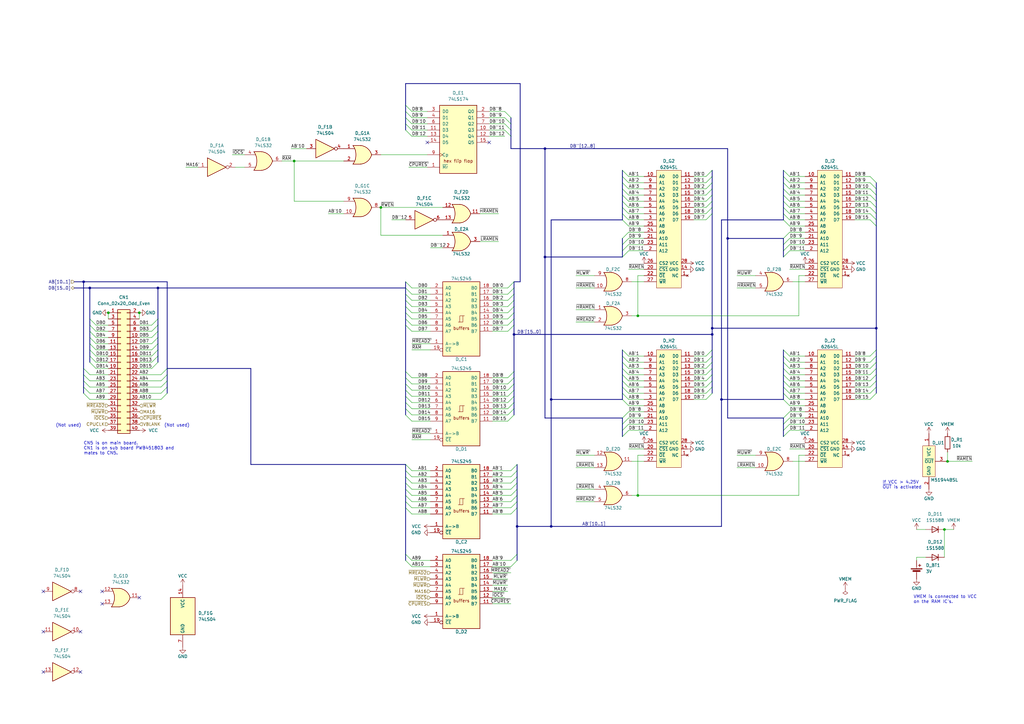
<source format=kicad_sch>
(kicad_sch (version 20231120) (generator "eeschema") (generator_version "8.0")
  (paper "A3")
  (title_block (title "Twin 16") (date "2024-09-08") (company "Konami GX687 / GX785") (comment 1 "Ulf Skutnabba, twitter: @skutis77") (comment 2 "GC903"))
  (junction (at 57.15 128.27))
  (junction (at 292.1 134.62))
  (junction (at 223.52 60.96))
  (junction (at 387.35 217.17))
  (junction (at 261.62 203.2))
  (junction (at 388.62 189.23))
  (junction (at 212.09 215.9))
  (junction (at 223.52 105.41))
  (junction (at 359.41 134.62))
  (junction (at 64.77 118.11))
  (junction (at 44.45 128.27))
  (junction (at 298.45 97.79))
  (junction (at 36.83 118.11))
  (junction (at 292.1 137.16))
  (junction (at 295.91 163.83))
  (junction (at 120.65 66.04))
  (junction (at 156.21 85.09))
  (junction (at 261.62 129.54))
  (junction (at 226.06 163.83))
  (junction (at 210.82 137.16))
  (junction (at 34.29 115.57))
  (junction (at 226.06 215.9))
  (no_connect (at 33.02 275.59))
  (no_connect (at 175.26 58.42))
  (no_connect (at 41.91 242.57))
  (no_connect (at 17.78 275.59))
  (no_connect (at 33.02 242.57))
  (no_connect (at 41.91 247.65))
  (no_connect (at 17.78 242.57))
  (no_connect (at 17.78 259.08))
  (no_connect (at 57.15 245.11))
  (no_connect (at 33.02 259.08))
  (no_connect (at 200.66 58.42))
  (bus_entry (at 321.31 97.79) (size 2.54 -2.54))
  (bus_entry (at 34.29 156.21) (size 2.54 2.54))
  (bus_entry (at 64.77 138.43) (size -2.54 2.54))
  (bus_entry (at 255.27 90.17) (size 2.54 2.54))
  (bus_entry (at 289.56 80.01) (size 2.54 -2.54))
  (bus_entry (at 289.56 161.29) (size 2.54 -2.54))
  (bus_entry (at 208.28 165.1) (size 2.54 -2.54))
  (bus_entry (at 321.31 102.87) (size 2.54 -2.54))
  (bus_entry (at 166.37 229.87) (size 2.54 2.54))
  (bus_entry (at 209.55 193.04) (size 2.54 -2.54))
  (bus_entry (at 255.27 87.63) (size 2.54 2.54))
  (bus_entry (at 208.28 118.11) (size 2.54 -2.54))
  (bus_entry (at 68.58 151.13) (size -2.54 2.54))
  (bus_entry (at 208.28 133.35) (size 2.54 -2.54))
  (bus_entry (at 166.37 195.58) (size 2.54 2.54))
  (bus_entry (at 255.27 82.55) (size 2.54 2.54))
  (bus_entry (at 209.55 229.87) (size 2.54 -2.54))
  (bus_entry (at 321.31 87.63) (size 2.54 2.54))
  (bus_entry (at 166.37 165.1) (size 2.54 2.54))
  (bus_entry (at 36.83 130.81) (size 2.54 2.54))
  (bus_entry (at 166.37 208.28) (size 2.54 2.54))
  (bus_entry (at 166.37 198.12) (size 2.54 2.54))
  (bus_entry (at 208.28 160.02) (size 2.54 -2.54))
  (bus_entry (at 255.27 153.67) (size 2.54 2.54))
  (bus_entry (at 255.27 179.07) (size 2.54 -2.54))
  (bus_entry (at 207.01 48.26) (size 2.54 2.54))
  (bus_entry (at 321.31 69.85) (size 2.54 2.54))
  (bus_entry (at 255.27 97.79) (size 2.54 -2.54))
  (bus_entry (at 255.27 102.87) (size 2.54 -2.54))
  (bus_entry (at 207.01 53.34) (size 2.54 2.54))
  (bus_entry (at 166.37 128.27) (size 2.54 2.54))
  (bus_entry (at 356.87 80.01) (size 2.54 2.54))
  (bus_entry (at 321.31 105.41) (size 2.54 -2.54))
  (bus_entry (at 356.87 148.59) (size 2.54 -2.54))
  (bus_entry (at 209.55 195.58) (size 2.54 -2.54))
  (bus_entry (at 68.58 158.75) (size -2.54 2.54))
  (bus_entry (at 166.37 115.57) (size 2.54 2.54))
  (bus_entry (at 356.87 90.17) (size 2.54 2.54))
  (bus_entry (at 207.01 45.72) (size 2.54 2.54))
  (bus_entry (at 64.77 148.59) (size -2.54 2.54))
  (bus_entry (at 207.01 50.8) (size 2.54 2.54))
  (bus_entry (at 255.27 158.75) (size 2.54 2.54))
  (bus_entry (at 289.56 85.09) (size 2.54 -2.54))
  (bus_entry (at 289.56 158.75) (size 2.54 -2.54))
  (bus_entry (at 289.56 146.05) (size 2.54 -2.54))
  (bus_entry (at 209.55 232.41) (size 2.54 -2.54))
  (bus_entry (at 166.37 53.34) (size 2.54 2.54))
  (bus_entry (at 166.37 203.2) (size 2.54 2.54))
  (bus_entry (at 209.55 210.82) (size 2.54 -2.54))
  (bus_entry (at 321.31 161.29) (size 2.54 2.54))
  (bus_entry (at 166.37 157.48) (size 2.54 2.54))
  (bus_entry (at 289.56 156.21) (size 2.54 -2.54))
  (bus_entry (at 255.27 173.99) (size 2.54 -2.54))
  (bus_entry (at 64.77 130.81) (size -2.54 2.54))
  (bus_entry (at 255.27 105.41) (size 2.54 -2.54))
  (bus_entry (at 36.83 140.97) (size 2.54 2.54))
  (bus_entry (at 356.87 151.13) (size 2.54 -2.54))
  (bus_entry (at 166.37 45.72) (size 2.54 2.54))
  (bus_entry (at 255.27 163.83) (size 2.54 2.54))
  (bus_entry (at 289.56 77.47) (size 2.54 -2.54))
  (bus_entry (at 255.27 77.47) (size 2.54 2.54))
  (bus_entry (at 356.87 153.67) (size 2.54 -2.54))
  (bus_entry (at 36.83 143.51) (size 2.54 2.54))
  (bus_entry (at 321.31 146.05) (size 2.54 2.54))
  (bus_entry (at 208.28 170.18) (size 2.54 -2.54))
  (bus_entry (at 356.87 85.09) (size 2.54 2.54))
  (bus_entry (at 289.56 87.63) (size 2.54 -2.54))
  (bus_entry (at 356.87 74.93) (size 2.54 2.54))
  (bus_entry (at 321.31 171.45) (size 2.54 -2.54))
  (bus_entry (at 356.87 161.29) (size 2.54 -2.54))
  (bus_entry (at 356.87 156.21) (size 2.54 -2.54))
  (bus_entry (at 166.37 120.65) (size 2.54 2.54))
  (bus_entry (at 255.27 151.13) (size 2.54 2.54))
  (bus_entry (at 356.87 87.63) (size 2.54 2.54))
  (bus_entry (at 208.28 135.89) (size 2.54 -2.54))
  (bus_entry (at 255.27 74.93) (size 2.54 2.54))
  (bus_entry (at 321.31 173.99) (size 2.54 -2.54))
  (bus_entry (at 321.31 82.55) (size 2.54 2.54))
  (bus_entry (at 289.56 148.59) (size 2.54 -2.54))
  (bus_entry (at 321.31 72.39) (size 2.54 2.54))
  (bus_entry (at 166.37 130.81) (size 2.54 2.54))
  (bus_entry (at 166.37 200.66) (size 2.54 2.54))
  (bus_entry (at 255.27 148.59) (size 2.54 2.54))
  (bus_entry (at 64.77 146.05) (size -2.54 2.54))
  (bus_entry (at 289.56 163.83) (size 2.54 -2.54))
  (bus_entry (at 289.56 90.17) (size 2.54 -2.54))
  (bus_entry (at 64.77 140.97) (size -2.54 2.54))
  (bus_entry (at 68.58 156.21) (size -2.54 2.54))
  (bus_entry (at 166.37 160.02) (size 2.54 2.54))
  (bus_entry (at 356.87 146.05) (size 2.54 -2.54))
  (bus_entry (at 64.77 143.51) (size -2.54 2.54))
  (bus_entry (at 166.37 133.35) (size 2.54 2.54))
  (bus_entry (at 255.27 156.21) (size 2.54 2.54))
  (bus_entry (at 255.27 143.51) (size 2.54 2.54))
  (bus_entry (at 321.31 90.17) (size 2.54 2.54))
  (bus_entry (at 321.31 151.13) (size 2.54 2.54))
  (bus_entry (at 166.37 162.56) (size 2.54 2.54))
  (bus_entry (at 208.28 172.72) (size 2.54 -2.54))
  (bus_entry (at 255.27 100.33) (size 2.54 -2.54))
  (bus_entry (at 166.37 227.33) (size 2.54 2.54))
  (bus_entry (at 36.83 135.89) (size 2.54 2.54))
  (bus_entry (at 356.87 72.39) (size 2.54 2.54))
  (bus_entry (at 356.87 163.83) (size 2.54 -2.54))
  (bus_entry (at 34.29 158.75) (size 2.54 2.54))
  (bus_entry (at 321.31 143.51) (size 2.54 2.54))
  (bus_entry (at 166.37 205.74) (size 2.54 2.54))
  (bus_entry (at 36.83 138.43) (size 2.54 2.54))
  (bus_entry (at 209.55 208.28) (size 2.54 -2.54))
  (bus_entry (at 166.37 152.4) (size 2.54 2.54))
  (bus_entry (at 255.27 171.45) (size 2.54 -2.54))
  (bus_entry (at 208.28 157.48) (size 2.54 -2.54))
  (bus_entry (at 321.31 163.83) (size 2.54 2.54))
  (bus_entry (at 68.58 153.67) (size -2.54 2.54))
  (bus_entry (at 321.31 158.75) (size 2.54 2.54))
  (bus_entry (at 255.27 85.09) (size 2.54 2.54))
  (bus_entry (at 166.37 125.73) (size 2.54 2.54))
  (bus_entry (at 34.29 151.13) (size 2.54 2.54))
  (bus_entry (at 166.37 48.26) (size 2.54 2.54))
  (bus_entry (at 64.77 133.35) (size -2.54 2.54))
  (bus_entry (at 208.28 167.64) (size 2.54 -2.54))
  (bus_entry (at 208.28 125.73) (size 2.54 -2.54))
  (bus_entry (at 289.56 72.39) (size 2.54 -2.54))
  (bus_entry (at 356.87 158.75) (size 2.54 -2.54))
  (bus_entry (at 255.27 69.85) (size 2.54 2.54))
  (bus_entry (at 289.56 153.67) (size 2.54 -2.54))
  (bus_entry (at 356.87 82.55) (size 2.54 2.54))
  (bus_entry (at 208.28 162.56) (size 2.54 -2.54))
  (bus_entry (at 209.55 198.12) (size 2.54 -2.54))
  (bus_entry (at 321.31 153.67) (size 2.54 2.54))
  (bus_entry (at 208.28 120.65) (size 2.54 -2.54))
  (bus_entry (at 34.29 153.67) (size 2.54 2.54))
  (bus_entry (at 356.87 77.47) (size 2.54 2.54))
  (bus_entry (at 166.37 43.18) (size 2.54 2.54))
  (bus_entry (at 64.77 135.89) (size -2.54 2.54))
  (bus_entry (at 36.83 133.35) (size 2.54 2.54))
  (bus_entry (at 166.37 50.8) (size 2.54 2.54))
  (bus_entry (at 36.83 148.59) (size 2.54 2.54))
  (bus_entry (at 255.27 146.05) (size 2.54 2.54))
  (bus_entry (at 209.55 200.66) (size 2.54 -2.54))
  (bus_entry (at 255.27 72.39) (size 2.54 2.54))
  (bus_entry (at 255.27 80.01) (size 2.54 2.54))
  (bus_entry (at 209.55 205.74) (size 2.54 -2.54))
  (bus_entry (at 166.37 193.04) (size 2.54 2.54))
  (bus_entry (at 321.31 176.53) (size 2.54 -2.54))
  (bus_entry (at 321.31 156.21) (size 2.54 2.54))
  (bus_entry (at 166.37 154.94) (size 2.54 2.54))
  (bus_entry (at 321.31 80.01) (size 2.54 2.54))
  (bus_entry (at 255.27 161.29) (size 2.54 2.54))
  (bus_entry (at 289.56 74.93) (size 2.54 -2.54))
  (bus_entry (at 289.56 151.13) (size 2.54 -2.54))
  (bus_entry (at 321.31 85.09) (size 2.54 2.54))
  (bus_entry (at 321.31 179.07) (size 2.54 -2.54))
  (bus_entry (at 34.29 161.29) (size 2.54 2.54))
  (bus_entry (at 208.28 130.81) (size 2.54 -2.54))
  (bus_entry (at 166.37 190.5) (size 2.54 2.54))
  (bus_entry (at 208.28 154.94) (size 2.54 -2.54))
  (bus_entry (at 166.37 123.19) (size 2.54 2.54))
  (bus_entry (at 321.31 74.93) (size 2.54 2.54))
  (bus_entry (at 208.28 128.27) (size 2.54 -2.54))
  (bus_entry (at 36.83 146.05) (size 2.54 2.54))
  (bus_entry (at 321.31 77.47) (size 2.54 2.54))
  (bus_entry (at 209.55 203.2) (size 2.54 -2.54))
  (bus_entry (at 68.58 161.29) (size -2.54 2.54))
  (bus_entry (at 166.37 170.18) (size 2.54 2.54))
  (bus_entry (at 255.27 176.53) (size 2.54 -2.54))
  (bus_entry (at 321.31 148.59) (size 2.54 2.54))
  (bus_entry (at 166.37 118.11) (size 2.54 2.54))
  (bus_entry (at 208.28 123.19) (size 2.54 -2.54))
  (bus_entry (at 166.37 167.64) (size 2.54 2.54))
  (bus_entry (at 289.56 82.55) (size 2.54 -2.54))
  (bus_entry (at 321.31 100.33) (size 2.54 -2.54))
  (wire (pts (xy 330.2 113.03) (xy 327.66 113.03)))
  (wire (pts (xy 57.15 146.05) (xy 62.23 146.05)))
  (bus (pts (xy 166.37 48.26) (xy 166.37 45.72)))
  (bus (pts (xy 359.41 82.55) (xy 359.41 85.09)))
  (bus (pts (xy 292.1 80.01) (xy 292.1 82.55)))
  (bus (pts (xy 64.77 140.97) (xy 64.77 138.43)))
  (wire (pts (xy 201.93 234.95) (xy 209.55 234.95)))
  (wire (pts (xy 168.91 128.27) (xy 176.53 128.27)))
  (bus (pts (xy 36.83 140.97) (xy 36.83 138.43)))
  (bus (pts (xy 64.77 138.43) (xy 64.77 135.89)))
  (wire (pts (xy 167.64 68.58) (xy 175.26 68.58)))
  (wire (pts (xy 168.91 208.28) (xy 176.53 208.28)))
  (bus (pts (xy 255.27 87.63) (xy 255.27 90.17)))
  (wire (pts (xy 176.53 101.6) (xy 181.61 101.6)))
  (wire (pts (xy 201.93 229.87) (xy 209.55 229.87)))
  (wire (pts (xy 39.37 140.97) (xy 44.45 140.97)))
  (wire (pts (xy 201.93 120.65) (xy 208.28 120.65)))
  (wire (pts (xy 168.91 229.87) (xy 176.53 229.87)))
  (bus (pts (xy 166.37 53.34) (xy 166.37 50.8)))
  (bus (pts (xy 166.37 167.64) (xy 166.37 165.1)))
  (wire (pts (xy 201.93 170.18) (xy 208.28 170.18)))
  (wire (pts (xy 323.85 95.25) (xy 330.2 95.25)))
  (bus (pts (xy 321.31 90.17) (xy 295.91 90.17)))
  (wire (pts (xy 323.85 151.13) (xy 330.2 151.13)))
  (wire (pts (xy 44.45 128.27) (xy 44.45 130.81)))
  (bus (pts (xy 321.31 173.99) (xy 321.31 171.45)))
  (wire (pts (xy 39.37 146.05) (xy 44.45 146.05)))
  (wire (pts (xy 323.85 102.87) (xy 330.2 102.87)))
  (bus (pts (xy 292.1 146.05) (xy 292.1 148.59)))
  (bus (pts (xy 255.27 153.67) (xy 255.27 156.21)))
  (wire (pts (xy 323.85 148.59) (xy 330.2 148.59)))
  (wire (pts (xy 388.62 185.42) (xy 388.62 189.23)))
  (wire (pts (xy 284.48 87.63) (xy 289.56 87.63)))
  (wire (pts (xy 257.81 82.55) (xy 264.16 82.55)))
  (wire (pts (xy 323.85 153.67) (xy 330.2 153.67)))
  (wire (pts (xy 201.93 210.82) (xy 209.55 210.82)))
  (bus (pts (xy 30.48 115.57) (xy 34.29 115.57)))
  (bus (pts (xy 321.31 77.47) (xy 321.31 80.01)))
  (bus (pts (xy 359.41 90.17) (xy 359.41 92.71)))
  (wire (pts (xy 257.81 100.33) (xy 264.16 100.33)))
  (bus (pts (xy 321.31 100.33) (xy 321.31 97.79)))
  (bus (pts (xy 359.41 80.01) (xy 359.41 82.55)))
  (bus (pts (xy 321.31 171.45) (xy 298.45 171.45)))
  (wire (pts (xy 284.48 161.29) (xy 289.56 161.29)))
  (bus (pts (xy 321.31 156.21) (xy 321.31 158.75)))
  (wire (pts (xy 323.85 176.53) (xy 330.2 176.53)))
  (bus (pts (xy 166.37 133.35) (xy 166.37 130.81)))
  (wire (pts (xy 257.81 158.75) (xy 264.16 158.75)))
  (wire (pts (xy 201.93 172.72) (xy 208.28 172.72)))
  (bus (pts (xy 255.27 72.39) (xy 255.27 74.93)))
  (wire (pts (xy 120.65 66.04) (xy 140.97 66.04)))
  (wire (pts (xy 323.85 80.01) (xy 330.2 80.01)))
  (bus (pts (xy 34.29 158.75) (xy 34.29 161.29)))
  (wire (pts (xy 236.22 132.08) (xy 243.84 132.08)))
  (wire (pts (xy 57.15 158.75) (xy 66.04 158.75)))
  (bus (pts (xy 321.31 158.75) (xy 321.31 161.29)))
  (wire (pts (xy 57.15 133.35) (xy 62.23 133.35)))
  (wire (pts (xy 168.91 45.72) (xy 175.26 45.72)))
  (bus (pts (xy 210.82 118.11) (xy 210.82 115.57)))
  (wire (pts (xy 39.37 143.51) (xy 44.45 143.51)))
  (bus (pts (xy 321.31 143.51) (xy 321.31 146.05)))
  (wire (pts (xy 350.52 153.67) (xy 356.87 153.67)))
  (bus (pts (xy 36.83 135.89) (xy 36.83 133.35)))
  (bus (pts (xy 255.27 77.47) (xy 255.27 80.01)))
  (wire (pts (xy 201.93 135.89) (xy 208.28 135.89)))
  (wire (pts (xy 323.85 156.21) (xy 330.2 156.21)))
  (bus (pts (xy 166.37 45.72) (xy 166.37 43.18)))
  (wire (pts (xy 257.81 156.21) (xy 264.16 156.21)))
  (bus (pts (xy 210.82 130.81) (xy 210.82 128.27)))
  (bus (pts (xy 64.77 130.81) (xy 64.77 118.11)))
  (bus (pts (xy 210.82 123.19) (xy 210.82 120.65)))
  (bus (pts (xy 255.27 69.85) (xy 255.27 72.39)))
  (wire (pts (xy 259.08 189.23) (xy 264.16 189.23)))
  (bus (pts (xy 210.82 170.18) (xy 210.82 167.64)))
  (wire (pts (xy 323.85 77.47) (xy 330.2 77.47)))
  (bus (pts (xy 64.77 146.05) (xy 64.77 143.51)))
  (wire (pts (xy 257.81 163.83) (xy 264.16 163.83)))
  (bus (pts (xy 226.06 163.83) (xy 226.06 215.9)))
  (bus (pts (xy 321.31 82.55) (xy 321.31 85.09)))
  (bus (pts (xy 210.82 160.02) (xy 210.82 157.48)))
  (wire (pts (xy 323.85 173.99) (xy 330.2 173.99)))
  (wire (pts (xy 323.85 158.75) (xy 330.2 158.75)))
  (wire (pts (xy 257.81 166.37) (xy 264.16 166.37)))
  (wire (pts (xy 387.35 217.17) (xy 391.16 217.17)))
  (bus (pts (xy 64.77 133.35) (xy 64.77 130.81)))
  (bus (pts (xy 223.52 105.41) (xy 255.27 105.41)))
  (wire (pts (xy 201.93 157.48) (xy 208.28 157.48)))
  (wire (pts (xy 257.81 153.67) (xy 264.16 153.67)))
  (bus (pts (xy 166.37 205.74) (xy 166.37 203.2)))
  (wire (pts (xy 168.91 118.11) (xy 176.53 118.11)))
  (bus (pts (xy 166.37 34.29) (xy 213.36 34.29)))
  (wire (pts (xy 257.81 77.47) (xy 264.16 77.47)))
  (wire (pts (xy 261.62 186.69) (xy 261.62 203.2)))
  (wire (pts (xy 323.85 72.39) (xy 330.2 72.39)))
  (bus (pts (xy 166.37 125.73) (xy 166.37 123.19)))
  (wire (pts (xy 168.91 143.51) (xy 176.53 143.51)))
  (bus (pts (xy 226.06 215.9) (xy 295.91 215.9)))
  (bus (pts (xy 321.31 102.87) (xy 321.31 100.33)))
  (bus (pts (xy 295.91 163.83) (xy 295.91 215.9)))
  (wire (pts (xy 201.93 205.74) (xy 209.55 205.74)))
  (wire (pts (xy 323.85 184.15) (xy 330.2 184.15)))
  (wire (pts (xy 257.81 161.29) (xy 264.16 161.29)))
  (wire (pts (xy 168.91 123.19) (xy 176.53 123.19)))
  (wire (pts (xy 323.85 171.45) (xy 330.2 171.45)))
  (wire (pts (xy 201.93 208.28) (xy 209.55 208.28)))
  (wire (pts (xy 201.93 167.64) (xy 208.28 167.64)))
  (bus (pts (xy 166.37 157.48) (xy 166.37 154.94)))
  (bus (pts (xy 166.37 123.19) (xy 166.37 120.65)))
  (wire (pts (xy 261.62 129.54) (xy 327.66 129.54)))
  (wire (pts (xy 200.66 48.26) (xy 207.01 48.26)))
  (wire (pts (xy 261.62 113.03) (xy 261.62 129.54)))
  (wire (pts (xy 156.21 96.52) (xy 181.61 96.52)))
  (wire (pts (xy 168.91 125.73) (xy 176.53 125.73)))
  (wire (pts (xy 201.93 162.56) (xy 208.28 162.56)))
  (wire (pts (xy 257.81 148.59) (xy 264.16 148.59)))
  (wire (pts (xy 236.22 191.77) (xy 243.84 191.77)))
  (wire (pts (xy 236.22 127) (xy 243.84 127)))
  (wire (pts (xy 236.22 113.03) (xy 243.84 113.03)))
  (wire (pts (xy 201.93 198.12) (xy 209.55 198.12)))
  (bus (pts (xy 166.37 165.1) (xy 166.37 162.56)))
  (bus (pts (xy 30.48 118.11) (xy 36.83 118.11)))
  (bus (pts (xy 102.87 190.5) (xy 102.87 151.13)))
  (bus (pts (xy 292.1 137.16) (xy 292.1 143.51)))
  (wire (pts (xy 350.52 77.47) (xy 356.87 77.47)))
  (wire (pts (xy 302.26 118.11) (xy 309.88 118.11)))
  (bus (pts (xy 68.58 158.75) (xy 68.58 156.21)))
  (bus (pts (xy 298.45 60.96) (xy 298.45 97.79)))
  (wire (pts (xy 201.93 245.11) (xy 207.01 245.11)))
  (wire (pts (xy 57.15 156.21) (xy 66.04 156.21)))
  (wire (pts (xy 284.48 74.93) (xy 289.56 74.93)))
  (bus (pts (xy 223.52 60.96) (xy 209.55 60.96)))
  (wire (pts (xy 168.91 195.58) (xy 176.53 195.58)))
  (wire (pts (xy 257.81 173.99) (xy 264.16 173.99)))
  (wire (pts (xy 325.12 115.57) (xy 330.2 115.57)))
  (bus (pts (xy 359.41 158.75) (xy 359.41 156.21)))
  (wire (pts (xy 57.15 140.97) (xy 62.23 140.97)))
  (wire (pts (xy 302.26 113.03) (xy 309.88 113.03)))
  (bus (pts (xy 166.37 227.33) (xy 166.37 208.28)))
  (wire (pts (xy 284.48 158.75) (xy 289.56 158.75)))
  (wire (pts (xy 168.91 170.18) (xy 176.53 170.18)))
  (bus (pts (xy 359.41 87.63) (xy 359.41 90.17)))
  (wire (pts (xy 284.48 151.13) (xy 289.56 151.13)))
  (wire (pts (xy 168.91 130.81) (xy 176.53 130.81)))
  (wire (pts (xy 284.48 72.39) (xy 289.56 72.39)))
  (wire (pts (xy 284.48 146.05) (xy 289.56 146.05)))
  (wire (pts (xy 323.85 74.93) (xy 330.2 74.93)))
  (bus (pts (xy 64.77 135.89) (xy 64.77 133.35)))
  (wire (pts (xy 57.15 163.83) (xy 66.04 163.83)))
  (wire (pts (xy 120.65 82.55) (xy 120.65 66.04)))
  (bus (pts (xy 212.09 200.66) (xy 212.09 198.12)))
  (wire (pts (xy 201.93 237.49) (xy 208.28 237.49)))
  (wire (pts (xy 115.57 66.04) (xy 120.65 66.04)))
  (bus (pts (xy 255.27 158.75) (xy 255.27 161.29)))
  (bus (pts (xy 321.31 153.67) (xy 321.31 156.21)))
  (wire (pts (xy 302.26 191.77) (xy 309.88 191.77)))
  (wire (pts (xy 196.85 99.06) (xy 204.47 99.06)))
  (wire (pts (xy 327.66 113.03) (xy 327.66 129.54)))
  (bus (pts (xy 255.27 97.79) (xy 255.27 100.33)))
  (wire (pts (xy 168.91 120.65) (xy 176.53 120.65)))
  (bus (pts (xy 255.27 156.21) (xy 255.27 158.75)))
  (bus (pts (xy 359.41 77.47) (xy 359.41 80.01)))
  (wire (pts (xy 257.81 171.45) (xy 264.16 171.45)))
  (bus (pts (xy 212.09 229.87) (xy 212.09 227.33)))
  (wire (pts (xy 350.52 82.55) (xy 356.87 82.55)))
  (wire (pts (xy 168.91 48.26) (xy 175.26 48.26)))
  (wire (pts (xy 325.12 189.23) (xy 330.2 189.23)))
  (bus (pts (xy 36.83 146.05) (xy 36.83 143.51)))
  (bus (pts (xy 255.27 74.93) (xy 255.27 77.47)))
  (wire (pts (xy 168.91 53.34) (xy 175.26 53.34)))
  (wire (pts (xy 201.93 128.27) (xy 208.28 128.27)))
  (wire (pts (xy 350.52 146.05) (xy 356.87 146.05)))
  (bus (pts (xy 292.1 153.67) (xy 292.1 156.21)))
  (bus (pts (xy 223.52 105.41) (xy 223.52 171.45)))
  (wire (pts (xy 168.91 133.35) (xy 176.53 133.35)))
  (wire (pts (xy 57.15 153.67) (xy 66.04 153.67)))
  (bus (pts (xy 255.27 85.09) (xy 255.27 87.63)))
  (bus (pts (xy 292.1 134.62) (xy 292.1 137.16)))
  (wire (pts (xy 168.91 193.04) (xy 176.53 193.04)))
  (wire (pts (xy 257.81 176.53) (xy 264.16 176.53)))
  (bus (pts (xy 166.37 50.8) (xy 166.37 48.26)))
  (wire (pts (xy 156.21 96.52) (xy 156.21 85.09)))
  (wire (pts (xy 36.83 153.67) (xy 44.45 153.67)))
  (wire (pts (xy 350.52 151.13) (xy 356.87 151.13)))
  (bus (pts (xy 292.1 151.13) (xy 292.1 153.67)))
  (bus (pts (xy 212.09 227.33) (xy 212.09 215.9)))
  (bus (pts (xy 255.27 148.59) (xy 255.27 151.13)))
  (wire (pts (xy 323.85 161.29) (xy 330.2 161.29)))
  (bus (pts (xy 34.29 151.13) (xy 34.29 153.67)))
  (wire (pts (xy 323.85 90.17) (xy 330.2 90.17)))
  (bus (pts (xy 255.27 173.99) (xy 255.27 171.45)))
  (bus (pts (xy 255.27 100.33) (xy 255.27 102.87)))
  (wire (pts (xy 388.62 189.23) (xy 398.78 189.23)))
  (wire (pts (xy 36.83 158.75) (xy 44.45 158.75)))
  (wire (pts (xy 119.38 60.96) (xy 125.73 60.96)))
  (bus (pts (xy 68.58 153.67) (xy 68.58 151.13)))
  (wire (pts (xy 350.52 74.93) (xy 356.87 74.93)))
  (bus (pts (xy 298.45 97.79) (xy 298.45 171.45)))
  (bus (pts (xy 321.31 179.07) (xy 321.31 176.53)))
  (wire (pts (xy 201.93 232.41) (xy 209.55 232.41)))
  (bus (pts (xy 102.87 190.5) (xy 166.37 190.5)))
  (wire (pts (xy 201.93 130.81) (xy 208.28 130.81)))
  (wire (pts (xy 39.37 133.35) (xy 44.45 133.35)))
  (wire (pts (xy 201.93 203.2) (xy 209.55 203.2)))
  (wire (pts (xy 168.91 50.8) (xy 175.26 50.8)))
  (wire (pts (xy 57.15 151.13) (xy 62.23 151.13)))
  (bus (pts (xy 255.27 90.17) (xy 226.06 90.17)))
  (wire (pts (xy 196.85 87.63) (xy 204.47 87.63)))
  (bus (pts (xy 166.37 128.27) (xy 166.37 125.73)))
  (wire (pts (xy 168.91 167.64) (xy 176.53 167.64)))
  (bus (pts (xy 36.83 143.51) (xy 36.83 140.97)))
  (bus (pts (xy 64.77 148.59) (xy 64.77 146.05)))
  (bus (pts (xy 34.29 153.67) (xy 34.29 156.21)))
  (wire (pts (xy 57.15 148.59) (xy 62.23 148.59)))
  (wire (pts (xy 327.66 186.69) (xy 330.2 186.69)))
  (bus (pts (xy 166.37 208.28) (xy 166.37 205.74)))
  (bus (pts (xy 36.83 118.11) (xy 64.77 118.11)))
  (bus (pts (xy 34.29 115.57) (xy 68.58 115.57)))
  (wire (pts (xy 120.65 82.55) (xy 140.97 82.55)))
  (bus (pts (xy 321.31 146.05) (xy 321.31 148.59)))
  (wire (pts (xy 323.85 146.05) (xy 330.2 146.05)))
  (wire (pts (xy 57.15 161.29) (xy 66.04 161.29)))
  (wire (pts (xy 39.37 151.13) (xy 44.45 151.13)))
  (bus (pts (xy 213.36 34.29) (xy 213.36 115.57)))
  (wire (pts (xy 168.91 232.41) (xy 176.53 232.41)))
  (bus (pts (xy 255.27 176.53) (xy 255.27 173.99)))
  (wire (pts (xy 323.85 100.33) (xy 330.2 100.33)))
  (bus (pts (xy 210.82 157.48) (xy 210.82 154.94)))
  (wire (pts (xy 350.52 161.29) (xy 356.87 161.29)))
  (bus (pts (xy 292.1 143.51) (xy 292.1 146.05)))
  (bus (pts (xy 210.82 133.35) (xy 210.82 130.81)))
  (bus (pts (xy 255.27 80.01) (xy 255.27 82.55)))
  (wire (pts (xy 284.48 148.59) (xy 289.56 148.59)))
  (bus (pts (xy 210.82 125.73) (xy 210.82 123.19)))
  (bus (pts (xy 295.91 90.17) (xy 295.91 163.83)))
  (bus (pts (xy 321.31 148.59) (xy 321.31 151.13)))
  (bus (pts (xy 210.82 162.56) (xy 210.82 160.02)))
  (bus (pts (xy 212.09 193.04) (xy 212.09 190.5)))
  (bus (pts (xy 359.41 153.67) (xy 359.41 151.13)))
  (bus (pts (xy 166.37 118.11) (xy 166.37 115.57)))
  (wire (pts (xy 236.22 186.69) (xy 243.84 186.69)))
  (wire (pts (xy 323.85 168.91) (xy 330.2 168.91)))
  (bus (pts (xy 223.52 60.96) (xy 223.52 105.41)))
  (wire (pts (xy 39.37 138.43) (xy 44.45 138.43)))
  (wire (pts (xy 350.52 163.83) (xy 356.87 163.83)))
  (bus (pts (xy 359.41 148.59) (xy 359.41 146.05)))
  (bus (pts (xy 359.41 151.13) (xy 359.41 148.59)))
  (wire (pts (xy 200.66 50.8) (xy 207.01 50.8)))
  (wire (pts (xy 201.93 125.73) (xy 208.28 125.73)))
  (bus (pts (xy 209.55 53.34) (xy 209.55 55.88)))
  (wire (pts (xy 134.62 87.63) (xy 140.97 87.63)))
  (bus (pts (xy 255.27 179.07) (xy 255.27 176.53)))
  (wire (pts (xy 350.52 148.59) (xy 356.87 148.59)))
  (wire (pts (xy 375.92 228.6) (xy 375.92 229.87)))
  (bus (pts (xy 255.27 161.29) (xy 255.27 163.83)))
  (bus (pts (xy 359.41 74.93) (xy 359.41 77.47)))
  (bus (pts (xy 292.1 158.75) (xy 292.1 161.29)))
  (wire (pts (xy 39.37 148.59) (xy 44.45 148.59)))
  (wire (pts (xy 160.655 90.17) (xy 166.37 90.17)))
  (wire (pts (xy 201.93 165.1) (xy 208.28 165.1)))
  (bus (pts (xy 298.45 97.79) (xy 321.31 97.79)))
  (bus (pts (xy 68.58 151.13) (xy 68.58 115.57)))
  (bus (pts (xy 212.09 205.74) (xy 212.09 203.2)))
  (bus (pts (xy 36.83 148.59) (xy 36.83 146.05)))
  (wire (pts (xy 36.83 161.29) (xy 44.45 161.29)))
  (bus (pts (xy 166.37 170.18) (xy 166.37 167.64)))
  (wire (pts (xy 201.93 123.19) (xy 208.28 123.19)))
  (wire (pts (xy 57.15 128.27) (xy 57.15 130.81)))
  (wire (pts (xy 257.81 151.13) (xy 264.16 151.13)))
  (bus (pts (xy 321.31 80.01) (xy 321.31 82.55)))
  (wire (pts (xy 168.91 177.8) (xy 176.53 177.8)))
  (wire (pts (xy 257.81 90.17) (xy 264.16 90.17)))
  (bus (pts (xy 166.37 203.2) (xy 166.37 200.66)))
  (wire (pts (xy 261.62 129.54) (xy 259.08 129.54)))
  (wire (pts (xy 201.93 200.66) (xy 209.55 200.66)))
  (bus (pts (xy 36.83 118.11) (xy 36.83 130.81)))
  (wire (pts (xy 168.91 198.12) (xy 176.53 198.12)))
  (bus (pts (xy 166.37 120.65) (xy 166.37 118.11)))
  (bus (pts (xy 166.37 229.87) (xy 166.37 227.33)))
  (wire (pts (xy 168.91 200.66) (xy 176.53 200.66)))
  (wire (pts (xy 201.93 118.11) (xy 208.28 118.11)))
  (bus (pts (xy 166.37 152.4) (xy 166.37 133.35)))
  (wire (pts (xy 57.15 138.43) (xy 62.23 138.43)))
  (bus (pts (xy 210.82 167.64) (xy 210.82 165.1)))
  (wire (pts (xy 236.22 118.11) (xy 243.84 118.11)))
  (bus (pts (xy 359.41 85.09) (xy 359.41 87.63)))
  (bus (pts (xy 166.37 195.58) (xy 166.37 193.04)))
  (wire (pts (xy 168.91 180.34) (xy 176.53 180.34)))
  (bus (pts (xy 321.31 161.29) (xy 321.31 163.83)))
  (wire (pts (xy 323.85 163.83) (xy 330.2 163.83)))
  (wire (pts (xy 200.66 55.88) (xy 207.01 55.88)))
  (bus (pts (xy 226.06 90.17) (xy 226.06 163.83)))
  (wire (pts (xy 257.81 184.15) (xy 264.16 184.15)))
  (wire (pts (xy 284.48 80.01) (xy 289.56 80.01)))
  (bus (pts (xy 212.09 215.9) (xy 226.06 215.9)))
  (wire (pts (xy 350.52 158.75) (xy 356.87 158.75)))
  (wire (pts (xy 168.91 165.1) (xy 176.53 165.1)))
  (bus (pts (xy 255.27 82.55) (xy 255.27 85.09)))
  (wire (pts (xy 257.81 85.09) (xy 264.16 85.09)))
  (wire (pts (xy 96.52 68.58) (xy 100.33 68.58)))
  (bus (pts (xy 212.09 203.2) (xy 212.09 200.66)))
  (bus (pts (xy 321.31 85.09) (xy 321.31 87.63)))
  (wire (pts (xy 284.48 153.67) (xy 289.56 153.67)))
  (wire (pts (xy 284.48 77.47) (xy 289.56 77.47)))
  (bus (pts (xy 212.09 208.28) (xy 212.09 205.74)))
  (wire (pts (xy 36.83 156.21) (xy 44.45 156.21)))
  (bus (pts (xy 292.1 72.39) (xy 292.1 74.93)))
  (wire (pts (xy 259.08 115.57) (xy 264.16 115.57)))
  (bus (pts (xy 210.82 165.1) (xy 210.82 162.56)))
  (bus (pts (xy 255.27 146.05) (xy 255.27 148.59)))
  (bus (pts (xy 210.82 128.27) (xy 210.82 125.73)))
  (bus (pts (xy 166.37 200.66) (xy 166.37 198.12)))
  (bus (pts (xy 321.31 74.93) (xy 321.31 77.47)))
  (wire (pts (xy 284.48 85.09) (xy 289.56 85.09)))
  (wire (pts (xy 168.91 210.82) (xy 176.53 210.82)))
  (wire (pts (xy 375.92 217.17) (xy 379.73 217.17)))
  (bus (pts (xy 255.27 151.13) (xy 255.27 153.67)))
  (wire (pts (xy 168.91 154.94) (xy 176.53 154.94)))
  (wire (pts (xy 323.85 82.55) (xy 330.2 82.55)))
  (bus (pts (xy 212.09 198.12) (xy 212.09 195.58)))
  (wire (pts (xy 257.81 74.93) (xy 264.16 74.93)))
  (wire (pts (xy 350.52 156.21) (xy 356.87 156.21)))
  (wire (pts (xy 302.26 186.69) (xy 309.88 186.69)))
  (bus (pts (xy 210.82 152.4) (xy 210.82 137.16)))
  (wire (pts (xy 95.25 63.5) (xy 100.33 63.5)))
  (wire (pts (xy 323.85 110.49) (xy 330.2 110.49)))
  (wire (pts (xy 323.85 85.09) (xy 330.2 85.09)))
  (wire (pts (xy 57.15 143.51) (xy 62.23 143.51)))
  (bus (pts (xy 292.1 156.21) (xy 292.1 158.75)))
  (bus (pts (xy 295.91 163.83) (xy 321.31 163.83)))
  (wire (pts (xy 201.93 195.58) (xy 209.55 195.58)))
  (bus (pts (xy 255.27 171.45) (xy 223.52 171.45)))
  (wire (pts (xy 284.48 90.17) (xy 289.56 90.17)))
  (bus (pts (xy 359.41 146.05) (xy 359.41 143.51)))
  (wire (pts (xy 257.81 97.79) (xy 264.16 97.79)))
  (bus (pts (xy 209.55 48.26) (xy 209.55 50.8)))
  (wire (pts (xy 201.93 240.03) (xy 208.28 240.03)))
  (bus (pts (xy 321.31 176.53) (xy 321.31 173.99)))
  (bus (pts (xy 209.55 55.88) (xy 209.55 60.96)))
  (wire (pts (xy 350.52 85.09) (xy 356.87 85.09)))
  (bus (pts (xy 321.31 105.41) (xy 321.31 102.87)))
  (bus (pts (xy 64.77 143.51) (xy 64.77 140.97)))
  (bus (pts (xy 166.37 193.04) (xy 166.37 190.5)))
  (bus (pts (xy 321.31 151.13) (xy 321.31 153.67)))
  (bus (pts (xy 210.82 115.57) (xy 213.36 115.57)))
  (wire (pts (xy 168.91 140.97) (xy 176.53 140.97)))
  (bus (pts (xy 209.55 50.8) (xy 209.55 53.34)))
  (bus (pts (xy 255.27 143.51) (xy 255.27 146.05)))
  (bus (pts (xy 166.37 43.18) (xy 166.37 34.29)))
  (wire (pts (xy 201.93 133.35) (xy 208.28 133.35)))
  (wire (pts (xy 257.81 102.87) (xy 264.16 102.87)))
  (bus (pts (xy 292.1 134.62) (xy 359.41 134.62)))
  (wire (pts (xy 284.48 82.55) (xy 289.56 82.55)))
  (bus (pts (xy 359.41 156.21) (xy 359.41 153.67)))
  (bus (pts (xy 102.87 151.13) (xy 68.58 151.13)))
  (wire (pts (xy 375.92 228.6) (xy 379.73 228.6)))
  (wire (pts (xy 168.91 157.48) (xy 176.53 157.48)))
  (wire (pts (xy 200.66 53.34) (xy 207.01 53.34)))
  (bus (pts (xy 321.31 87.63) (xy 321.31 90.17)))
  (wire (pts (xy 264.16 113.03) (xy 261.62 113.03)))
  (wire (pts (xy 257.81 110.49) (xy 264.16 110.49)))
  (bus (pts (xy 68.58 161.29) (xy 68.58 158.75)))
  (wire (pts (xy 350.52 87.63) (xy 356.87 87.63)))
  (bus (pts (xy 292.1 148.59) (xy 292.1 151.13)))
  (wire (pts (xy 168.91 172.72) (xy 176.53 172.72)))
  (wire (pts (xy 257.81 80.01) (xy 264.16 80.01)))
  (bus (pts (xy 298.45 60.96) (xy 223.52 60.96)))
  (wire (pts (xy 284.48 156.21) (xy 289.56 156.21)))
  (wire (pts (xy 264.16 186.69) (xy 261.62 186.69)))
  (wire (pts (xy 323.85 97.79) (xy 330.2 97.79)))
  (bus (pts (xy 34.29 156.21) (xy 34.29 158.75)))
  (wire (pts (xy 236.22 200.66) (xy 243.84 200.66)))
  (wire (pts (xy 168.91 135.89) (xy 176.53 135.89)))
  (wire (pts (xy 39.37 135.89) (xy 44.45 135.89)))
  (bus (pts (xy 166.37 198.12) (xy 166.37 195.58)))
  (wire (pts (xy 168.91 205.74) (xy 176.53 205.74)))
  (wire (pts (xy 257.81 168.91) (xy 264.16 168.91)))
  (wire (pts (xy 257.81 87.63) (xy 264.16 87.63)))
  (wire (pts (xy 168.91 55.88) (xy 175.26 55.88)))
  (wire (pts (xy 201.93 193.04) (xy 209.55 193.04)))
  (wire (pts (xy 156.21 85.09) (xy 181.61 85.09)))
  (wire (pts (xy 200.66 45.72) (xy 207.01 45.72)))
  (bus (pts (xy 166.37 154.94) (xy 166.37 152.4)))
  (wire (pts (xy 36.83 163.83) (xy 44.45 163.83)))
  (bus (pts (xy 166.37 160.02) (xy 166.37 157.48)))
  (bus (pts (xy 210.82 154.94) (xy 210.82 152.4)))
  (bus (pts (xy 292.1 87.63) (xy 292.1 134.62)))
  (wire (pts (xy 156.21 63.5) (xy 175.26 63.5)))
  (wire (pts (xy 350.52 90.17) (xy 356.87 90.17)))
  (wire (pts (xy 201.93 247.65) (xy 209.55 247.65)))
  (bus (pts (xy 292.1 77.47) (xy 292.1 80.01)))
  (bus (pts (xy 359.41 161.29) (xy 359.41 158.75)))
  (bus (pts (xy 321.31 72.39) (xy 321.31 74.93)))
  (wire (pts (xy 57.15 135.89) (xy 62.23 135.89)))
  (wire (pts (xy 257.81 95.25) (xy 264.16 95.25)))
  (wire (pts (xy 323.85 87.63) (xy 330.2 87.63)))
  (wire (pts (xy 76.2 68.58) (xy 81.28 68.58)))
  (bus (pts (xy 292.1 74.93) (xy 292.1 77.47)))
  (bus (pts (xy 210.82 120.65) (xy 210.82 118.11)))
  (bus (pts (xy 166.37 130.81) (xy 166.37 128.27)))
  (wire (pts (xy 236.22 205.74) (xy 243.84 205.74)))
  (bus (pts (xy 36.83 133.35) (xy 36.83 130.81)))
  (wire (pts (xy 323.85 166.37) (xy 330.2 166.37)))
  (bus (pts (xy 210.82 137.16) (xy 210.82 133.35)))
  (bus (pts (xy 292.1 69.85) (xy 292.1 72.39)))
  (wire (pts (xy 168.91 203.2) (xy 176.53 203.2)))
  (wire (pts (xy 201.93 242.57) (xy 208.28 242.57)))
  (bus (pts (xy 210.82 137.16) (xy 292.1 137.16)))
  (bus (pts (xy 292.1 85.09) (xy 292.1 87.63)))
  (bus (pts (xy 166.37 162.56) (xy 166.37 160.02)))
  (wire (pts (xy 257.81 72.39) (xy 264.16 72.39)))
  (bus (pts (xy 64.77 118.11) (xy 166.37 118.11)))
  (wire (pts (xy 261.62 203.2) (xy 259.08 203.2)))
  (wire (pts (xy 350.52 80.01) (xy 356.87 80.01)))
  (bus (pts (xy 321.31 69.85) (xy 321.31 72.39)))
  (wire (pts (xy 168.91 162.56) (xy 176.53 162.56)))
  (wire (pts (xy 201.93 154.94) (xy 208.28 154.94)))
  (wire (pts (xy 201.93 160.02) (xy 208.28 160.02)))
  (wire (pts (xy 261.62 203.2) (xy 327.66 203.2)))
  (wire (pts (xy 323.85 92.71) (xy 330.2 92.71)))
  (bus (pts (xy 359.41 92.71) (xy 359.41 134.62)))
  (wire (pts (xy 350.52 72.39) (xy 356.87 72.39)))
  (wire (pts (xy 257.81 146.05) (xy 264.16 146.05)))
  (bus (pts (xy 212.09 215.9) (xy 212.09 208.28)))
  (bus (pts (xy 68.58 156.21) (xy 68.58 153.67)))
  (wire (pts (xy 168.91 160.02) (xy 176.53 160.02)))
  (wire (pts (xy 257.81 92.71) (xy 264.16 92.71)))
  (bus (pts (xy 34.29 115.57) (xy 34.29 151.13)))
  (bus (pts (xy 212.09 195.58) (xy 212.09 193.04)))
  (wire (pts (xy 387.35 217.17) (xy 387.35 228.6)))
  (bus (pts (xy 36.83 138.43) (xy 36.83 135.89)))
  (wire (pts (xy 327.66 203.2) (xy 327.66 186.69)))
  (bus (pts (xy 255.27 163.83) (xy 226.06 163.83)))
  (bus (pts (xy 359.41 143.51) (xy 359.41 134.62)))
  (bus (pts (xy 292.1 82.55) (xy 292.1 85.09)))
  (bus (pts (xy 255.27 102.87) (xy 255.27 105.41)))
  (wire (pts (xy 284.48 163.83) (xy 289.56 163.83)))
  (text "CN5 is on main board.\nCN1 is on sub board PWB451803 and\nmates to CN5." (at 34.29 186.69 0) (effects (font (size 1.27 1.27)) (justify left bottom)))
  (text "If VCC > 4.25V\n~{OUT} is activated" (at 361.95 200.66 0) (effects (font (size 1.27 1.27)) (justify left bottom)))
  (text "VMEM is connected to VCC\non the RAM IC's." (at 374.65 247.65 0) (effects (font (size 1.27 1.27)) (justify left bottom)))
  (text "(Not used)" (at 22.86 175.26 0) (effects (font (size 1.27 1.27)) (justify left bottom)))
  (text "(Not used)" (at 67.31 175.26 0) (effects (font (size 1.27 1.27)) (justify left bottom)))
  (label "AB2" (at 171.45 195.58 0))
  (label "~{HRAMEN}" (at 236.22 127 0))
  (label "DB''11" (at 323.85 102.87 0))
  (label "DB0" (at 171.45 118.11 0))
  (label "DB''9" (at 200.66 48.26 0))
  (label "MA16'" (at 208.28 242.57 180))
  (label "DB'12" (at 350.52 82.55 0))
  (label "DB'3" (at 284.48 80.01 0))
  (label "DB'13" (at 201.93 167.64 0))
  (label "AB'1" (at 201.93 193.04 0))
  (label "AB'5" (at 257.81 82.55 0))
  (label "DB''10" (at 257.81 100.33 0))
  (label "DB''10" (at 323.85 100.33 0))
  (label "AB'8" (at 323.85 163.83 0))
  (label "~{RAM}" (at 168.91 180.34 0))
  (label "~{RAMEN}" (at 398.78 189.23 180))
  (label "AB'9" (at 323.85 166.37 0))
  (label "DB13" (at 57.15 148.59 0))
  (label "DB3" (at 57.15 135.89 0))
  (label "AB4" (at 171.45 200.66 0))
  (label "AB6" (at 171.45 205.74 0))
  (label "AB'2" (at 323.85 148.59 0))
  (label "AB'2" (at 201.93 195.58 0))
  (label "DB'7" (at 201.93 135.89 0))
  (label "DB8" (at 171.45 154.94 0))
  (label "AB9" (at 168.91 229.87 0))
  (label "DB'14" (at 350.52 87.63 0))
  (label "~{IOCS'}" (at 95.25 63.5 0))
  (label "DB'3" (at 201.93 125.73 0))
  (label "DB''11" (at 323.85 176.53 0))
  (label "DB'14" (at 350.52 161.29 0))
  (label "DB'12" (at 350.52 156.21 0))
  (label "DB'10" (at 201.93 160.02 0))
  (label "~{LRAMEN}" (at 236.22 191.77 0))
  (label "AB'7" (at 257.81 87.63 0))
  (label "~{MLWR'}" (at 208.28 237.49 180))
  (label "AB'4" (at 323.85 80.01 0))
  (label "DB11" (at 57.15 146.05 0))
  (label "DB'13" (at 350.52 85.09 0))
  (label "~{MREAD2'}" (at 209.55 234.95 180))
  (label "DB''12" (at 160.655 90.17 0))
  (label "~{IOCS'}" (at 207.01 245.11 180))
  (label "DB'2" (at 284.48 77.47 0))
  (label "~{MLWR'}" (at 236.22 186.69 0))
  (label "DB'9" (at 201.93 157.48 0))
  (label "DB''10" (at 257.81 173.99 0))
  (label "DB11" (at 171.45 162.56 0))
  (label "DB'15" (at 350.52 163.83 0))
  (label "AB'5" (at 257.81 156.21 0))
  (label "DB'10" (at 350.52 77.47 0))
  (label "DB2" (at 39.37 135.89 0))
  (label "AB'2" (at 323.85 74.93 0))
  (label "DB'2" (at 284.48 151.13 0))
  (label "DB'11" (at 350.52 80.01 0))
  (label "DB15" (at 57.15 151.13 0))
  (label "DB''10" (at 200.66 50.8 0))
  (label "AB'5" (at 323.85 82.55 0))
  (label "~{MREAD2'}" (at 236.22 132.08 0))
  (label "DB14" (at 39.37 151.13 0))
  (label "AB'4" (at 323.85 153.67 0))
  (label "~{MUWR'}" (at 302.26 113.03 0))
  (label "DB'0" (at 284.48 146.05 0))
  (label "AB'3" (at 323.85 151.13 0))
  (label "~{LRAMEN}" (at 302.26 191.77 0))
  (label "AB'2" (at 257.81 74.93 0))
  (label "~{RAMEN}" (at 323.85 110.49 0))
  (label "~{MREAD2'}" (at 168.91 177.8 0))
  (label "DB9" (at 57.15 143.51 0))
  (label "AB'6" (at 257.81 85.09 0))
  (label "DB8" (at 39.37 143.51 0))
  (label "AB3" (at 39.37 156.21 0))
  (label "~{RWEN}" (at 156.21 85.09 0))
  (label "DB'1" (at 284.48 74.93 0))
  (label "DB1" (at 57.15 133.35 0))
  (label "DB'9" (at 350.52 148.59 0))
  (label "DB12" (at 171.45 165.1 0))
  (label "~{MUWR'}" (at 208.28 240.03 180))
  (label "DB'2" (at 201.93 123.19 0))
  (label "AB3" (at 171.45 198.12 0))
  (label "DB14" (at 171.45 170.18 0))
  (label "AB'3" (at 201.93 198.12 0))
  (label "DB5" (at 171.45 130.81 0))
  (label "AB'2" (at 257.81 148.59 0))
  (label "DB'15" (at 350.52 90.17 0))
  (label "DB''8" (at 200.66 45.72 0))
  (label "AB9" (at 39.37 163.83 0))
  (label "DB'11" (at 168.91 53.34 0))
  (label "DB3" (at 171.45 125.73 0))
  (label "AB10" (at 168.91 232.41 0))
  (label "AB'[10..1]" (at 238.76 215.9 0))
  (label "DB'1" (at 201.93 120.65 0))
  (label "AB'10" (at 201.93 232.41 0))
  (label "DB'15" (at 201.93 172.72 0))
  (label "DB''8" (at 257.81 168.91 0))
  (label "DB0" (at 39.37 133.35 0))
  (label "DB1" (at 171.45 120.65 0))
  (label "~{RAM}" (at 115.57 66.04 0))
  (label "DB10" (at 39.37 146.05 0))
  (label "~{HRAMEN}" (at 204.47 87.63 180))
  (label "AB7" (at 171.45 208.28 0))
  (label "AB'6" (at 323.85 85.09 0))
  (label "AB'4" (at 201.93 200.66 0))
  (label "AB'10" (at 119.38 60.96 0))
  (label "AB'5" (at 323.85 156.21 0))
  (label "~{MUWR'}" (at 302.26 186.69 0))
  (label "~{RAM}" (at 168.91 143.51 0))
  (label "AB'6" (at 323.85 158.75 0))
  (label "AB'7" (at 323.85 161.29 0))
  (label "DB'8" (at 168.91 45.72 0))
  (label "DB'1" (at 284.48 148.59 0))
  (label "DB''[12..8]" (at 233.68 60.96 0))
  (label "AB'9" (at 323.85 92.71 0))
  (label "DB6" (at 39.37 140.97 0))
  (label "AB10" (at 57.15 163.83 0))
  (label "DB'6" (at 284.48 87.63 0))
  (label "DB''9" (at 257.81 97.79 0))
  (label "DB'9" (at 168.91 48.26 0))
  (label "~{RAMEN}" (at 323.85 184.15 0))
  (label "DB''9" (at 323.85 171.45 0))
  (label "DB'8" (at 350.52 72.39 0))
  (label "DB2" (at 171.45 123.19 0))
  (label "AB'9" (at 201.93 229.87 0))
  (label "AB'3" (at 257.81 151.13 0))
  (label "DB'8" (at 350.52 146.05 0))
  (label "~{MREAD2'}" (at 168.91 140.97 0))
  (label "AB1" (at 39.37 153.67 0))
  (label "AB'3" (at 257.81 77.47 0))
  (label "AB'5" (at 201.93 203.2 0))
  (label "DB'4" (at 284.48 82.55 0))
  (label "DB4" (at 39.37 138.43 0))
  (label "DB4" (at 171.45 128.27 0))
  (label "AB'7" (at 201.93 208.28 0))
  (label "AB'1" (at 323.85 72.39 0))
  (label "MA16'" (at 76.2 68.58 0))
  (label "AB5" (at 171.45 203.2 0))
  (label "DB'12" (at 168.91 55.88 0))
  (label "DB'10" (at 168.91 50.8 0))
  (label "DB'[15..0]" (at 212.09 137.16 0))
  (label "DB'5" (at 201.93 130.81 0))
  (label "DB'14" (at 201.93 170.18 0))
  (label "DB'4" (at 201.93 128.27 0))
  (label "DB''12" (at 176.53 101.6 0))
  (label "DB7" (at 57.15 140.97 0))
  (label "AB'3" (at 323.85 77.47 0))
  (label "~{RAMEN}" (at 257.81 110.49 0))
  (label "DB'13" (at 350.52 158.75 0))
  (label "AB'9" (at 257.81 92.71 0))
  (label "~{HRAMEN}" (at 302.26 118.11 0))
  (label "DB'6" (at 201.93 133.35 0))
  (label "~{CPURES'}" (at 209.55 247.65 180))
  (label "AB'4" (at 257.81 80.01 0))
  (label "DB'5" (at 284.48 85.09 0))
  (label "DB''11" (at 200.66 53.34 0))
  (label "~{CPURES'}" (at 167.64 68.58 0))
  (label "AB'8" (at 257.81 163.83 0))
  (label "DB'8" (at 201.93 154.94 0))
  (label "DB''11" (at 257.81 102.87 0))
  (label "AB7" (at 39.37 161.29 0))
  (label "~{RAMEN}" (at 257.81 184.15 0))
  (label "~{LRAMEN}" (at 204.47 99.06 180))
  (label "DB''12" (at 207.01 55.88 180))
  (label "DB'12" (at 201.93 165.1 0))
  (label "~{LRAMEN}" (at 236.22 200.66 0))
  (label "DB'7" (at 284.48 163.83 0))
  (label "AB'1" (at 257.81 146.05 0))
  (label "AB'8" (at 201.93 210.82 0))
  (label "AB'8" (at 323.85 90.17 0))
  (label "AB'7" (at 323.85 87.63 0))
  (label "AB1" (at 171.45 193.04 0))
  (label "AB'7" (at 257.81 161.29 0))
  (label "DB'6" (at 284.48 161.29 0))
  (label "~{MREAD2'}" (at 236.22 205.74 0))
  (label "~{HRAMEN}" (at 236.22 118.11 0))
  (label "AB8" (at 171.45 210.82 0))
  (label "DB9" (at 171.45 157.48 0))
  (label "DB''9" (at 323.85 97.79 0))
  (label "DB'9" (at 350.52 74.93 0))
  (label "AB'9" (at 257.81 166.37 0))
  (label "AB6" (at 57.15 158.75 0))
  (label "DB'11" (at 350.52 153.67 0))
  (label "DB''8" (at 323.85 95.25 0))
  (label "~{MLWR'}" (at 236.22 113.03 0))
  (label "DB5" (at 57.15 138.43 0))
  (label "DB13" (at 171.45 167.64 0))
  (label "AB4" (at 57.15 156.21 0))
  (label "DB'7" (at 284.48 90.17 0))
  (label "DB6" (at 171.45 133.35 0))
  (label "AB'10" (at 134.62 87.63 0))
  (label "DB15" (at 171.45 172.72 0))
  (label "AB'1" (at 323.85 146.05 0))
  (label "DB12" (at 39.37 148.59 0))
  (label "DB''8" (at 257.81 95.25 0))
  (label "DB''11" (at 257.81 176.53 0))
  (label "DB7" (at 171.45 135.89 0))
  (label "AB5" (at 39.37 158.75 0))
  (label "AB'1" (at 257.81 72.39 0))
  (label "DB'10" (at 350.52 151.13 0))
  (label "DB'3" (at 284.48 153.67 0))
  (label "DB'0" (at 284.48 72.39 0))
  (label "AB'6" (at 201.93 205.74 0))
  (label "AB2" (at 57.15 153.67 0))
  (label "AB8" (at 57.15 161.29 0))
  (label "DB''8" (at 323.85 168.91 0))
  (label "DB10" (at 171.45 160.02 0))
  (label "DB''10" (at 323.85 173.99 0))
  (label "DB''9" (at 257.81 171.45 0))
  (label "AB'4" (at 257.81 153.67 0))
  (label "DB'0" (at 201.93 118.11 0))
  (label "DB'11" (at 201.93 162.56 0))
  (label "DB'5" (at 284.48 158.75 0))
  (label "AB'8" (at 257.81 90.17 0))
  (label "DB'4" (at 284.48 156.21 0))
  (label "AB'6" (at 257.81 158.75 0))
  (hierarchical_label "~{MREAD2}" (shape input) (at 176.53 234.95 180))
  (hierarchical_label "~{MUWR}" (shape input) (at 44.45 168.91 180))
  (hierarchical_label "AB[10..1]" (shape input) (at 30.48 115.57 180))
  (hierarchical_label "MA16" (shape input) (at 176.53 242.57 180))
  (hierarchical_label "MA16" (shape input) (at 57.15 168.91 0))
  (hierarchical_label "~{IOCS}" (shape input) (at 176.53 245.11 180))
  (hierarchical_label "~{MUWR}" (shape input) (at 176.53 240.03 180))
  (hierarchical_label "VBLANK" (shape input) (at 57.15 173.99 0))
  (hierarchical_label "~{MREAD2}" (shape input) (at 44.45 166.37 180))
  (hierarchical_label "~{CPURES}" (shape input) (at 57.15 171.45 0))
  (hierarchical_label "~{MLWR}" (shape input) (at 57.15 166.37 0))
  (hierarchical_label "~{MLWR}" (shape input) (at 176.53 237.49 180))
  (hierarchical_label "~{IOCS}" (shape input) (at 44.45 171.45 180))
  (hierarchical_label "~{CPURES}" (shape input) (at 176.53 247.65 180))
  (hierarchical_label "DB[15..0]" (shape bidirectional) (at 30.48 118.11 180))
  (hierarchical_label "CPUCLK" (shape input) (at 44.45 173.99 180))
  (symbol (lib_id "74xx:74LS04") (at 173.99 90.17 0) (unit 3)
    (property "Reference" "D_F1" (at 173.99 81.28 0))
    (property "Value" "74LS04" (at 173.99 83.82 0))
    (property "Datasheet" "http://www.ti.com/lit/gpn/sn74LS04" (effects (hide yes)))
  )
  (symbol (lib_id "power:VCC") (at 381 177.8 0) (unit 1)
    (property "Reference" "#PWR019" (effects (hide yes)))
    (property "Value" "VCC" (at 381 173.99 0))
  )
  (symbol (lib_id "Device:Battery_Cell") (at 375.92 234.95 0) (unit 1)
    (property "Reference" "D_BT1" (at 379.73 231.8385 0) (effects (justify left)))
    (property "Value" "3V" (at 379.73 234.3785 0) (effects (justify left)))
  )
  (symbol (lib_id "power:GND") (at 381 200.66 0) (unit 1)
    (property "Reference" "#PWR020" (effects (hide yes)))
    (property "Value" "GND" (at 381 204.47 0))
  )
  (symbol (lib_id "power:VCC") (at 264.16 181.61 0) (mirror y) (unit 1)
    (property "Reference" "#PWR014" (effects (hide yes)))
    (property "Value" "VCC" (at 264.16 177.8 0))
  )
  (symbol (lib_id "power:VCC") (at 176.53 215.9 90) (unit 1)
    (property "Reference" "#PWR09" (effects (hide yes)))
    (property "Value" "VCC" (at 172.72 215.9 90) (effects (justify left)))
  )
  (symbol (lib_id "jt74:74LS245") (at 189.23 167.64 0) (unit 1)
    (property "Reference" "D_D1" (at 189.23 184.15 0))
    (property "Value" "74LS245" (at 189.23 151.13 0))
    (property "Datasheet" "http://www.ti.com/lit/gpn/sn74LS245" (effects (hide yes)))
  )
  (symbol (lib_id "74xx:74LS04") (at 74.93 252.73 0) (unit 7)
    (property "Reference" "D_F1" (at 81.28 251.46 0) (effects (justify left)))
    (property "Value" "74LS04" (at 81.28 254 0) (effects (justify left)))
    (property "Datasheet" "http://www.ti.com/lit/gpn/sn74LS04" (effects (hide yes)))
  )
  (symbol (lib_id "power:VMEM") (at 391.16 217.17 0) (unit 1)
    (property "Reference" "#PWR022" (effects (hide yes)))
    (property "Value" "VMEM" (at 391.16 213.36 0))
  )
  (symbol (lib_id "jt_ram:SRAM8K8B") (at 340.36 93.98 0) (unit 1)
    (property "Reference" "D_I2" (at 340.36 66.04 0))
    (property "Value" "6264SL" (at 340.36 68.58 0))
    (property "Datasheet" "https://circuits-diy.com/wp-content/uploads/2021/10/6264P-12.pdf" (effects (hide yes)))
  )
  (symbol (lib_id "74xx:74LS32") (at 189.23 99.06 0) (unit 1)
    (property "Reference" "D_E2" (at 189.23 93.98 0))
    (property "Value" "74LS32" (at 189.23 104.14 0))
    (property "Datasheet" "http://www.ti.com/lit/gpn/sn74LS32" (effects (hide yes)))
  )
  (symbol (lib_id "jt74:74LS174") (at 187.96 55.88 0) (unit 1)
    (property "Reference" "D_E1" (at 187.96 38.1 0))
    (property "Value" "74LS174" (at 187.96 40.64 0))
    (property "Datasheet" "http://www.ti.com/lit/gpn/sn74LS174" (effects (hide yes)))
  )
  (symbol (lib_id "jt74:74LS245") (at 189.23 205.74 0) (unit 1)
    (property "Reference" "D_C2" (at 189.23 222.25 0))
    (property "Value" "74LS245" (at 189.23 189.23 0))
    (property "Datasheet" "http://www.ti.com/lit/gpn/sn74LS245" (effects (hide yes)))
  )
  (symbol (lib_id "74xx:74LS04") (at 133.35 60.96 0) (unit 2)
    (property "Reference" "D_F1" (at 133.35 52.07 0))
    (property "Value" "74LS04" (at 133.35 54.61 0))
    (property "Datasheet" "http://www.ti.com/lit/gpn/sn74LS04" (effects (hide yes)))
  )
  (symbol (lib_id "jt74:74LS245") (at 189.23 130.81 0) (unit 1)
    (property "Reference" "D_C1" (at 189.23 147.32 0))
    (property "Value" "74LS245" (at 189.23 114.3 0))
    (property "Datasheet" "http://www.ti.com/lit/gpn/sn74LS245" (effects (hide yes)))
  )
  (symbol (lib_id "power:GND") (at 281.94 110.49 90) (unit 1)
    (property "Reference" "#PWR0171" (effects (hide yes)))
    (property "Value" "GND" (at 287.02 110.49 90))
  )
  (symbol (lib_id "jt74:74LS32") (at 251.46 129.54 0) (unit 1)
    (property "Reference" "D_F2" (at 251.46 124.46 0))
    (property "Value" "74LS32" (at 251.46 134.62 0))
    (property "Datasheet" "http://www.ti.com/lit/gpn/sn74LS32" (effects (hide yes)))
  )
  (symbol (lib_id "jt74:74LS32") (at 317.5 115.57 0) (unit 2)
    (property "Reference" "D_F2" (at 317.5 110.49 0))
    (property "Value" "74LS32" (at 317.5 120.65 0))
    (property "Datasheet" "http://www.ti.com/lit/gpn/sn74LS32" (effects (hide yes)))
  )
  (symbol (lib_id "jt74:74LS245") (at 189.23 242.57 0) (unit 1)
    (property "Reference" "D_D2" (at 189.23 259.08 0))
    (property "Value" "74LS245" (at 189.23 226.06 0))
    (property "Datasheet" "http://www.ti.com/lit/gpn/sn74LS245" (effects (hide yes)))
  )
  (symbol (lib_id "power:GND") (at 347.98 110.49 90) (unit 1)
    (property "Reference" "#PWR0173" (effects (hide yes)))
    (property "Value" "GND" (at 353.06 110.49 90))
  )
  (symbol (lib_id "74xx:74LS32") (at 251.46 203.2 0) (unit 2)
    (property "Reference" "D_E2" (at 251.46 198.12 0))
    (property "Value" "74LS32" (at 251.46 208.28 0))
    (property "Datasheet" "http://www.ti.com/lit/gpn/sn74LS32" (effects (hide yes)))
  )
  (symbol (lib_id "power:VCC") (at 57.15 176.53 270) (mirror x) (unit 1)
    (property "Reference" "#PWR04" (effects (hide yes)))
    (property "Value" "VCC" (at 60.96 176.53 90) (effects (justify left)))
  )
  (symbol (lib_id "power:VCC") (at 281.94 181.61 270) (unit 1)
    (property "Reference" "#PWR0148" (effects (hide yes)))
    (property "Value" "VCC" (at 287.02 181.61 90))
  )
  (symbol (lib_id "power:GND") (at 281.94 184.15 90) (unit 1)
    (property "Reference" "#PWR0169" (effects (hide yes)))
    (property "Value" "GND" (at 287.02 184.15 90))
  )
  (symbol (lib_id "power:VCC") (at 74.93 240.03 0) (unit 1)
    (property "Reference" "#PWR05" (effects (hide yes)))
    (property "Value" "VCC" (at 74.93 236.22 0))
  )
  (symbol (lib_id "Device:D") (at 383.54 228.6 180) (unit 1)
    (property "Reference" "D_D12" (at 383.54 222.25 0))
    (property "Value" "1S1588" (at 383.54 224.79 0))
    (property "Datasheet" "http://www.eicsemi.com/datasheet/1S1588.PDF" (effects (hide yes)))
    (property "Sim.Device" "D" (effects (hide yes)))
    (property "Sim.Pins" "1=K 2=A" (effects (hide yes)))
  )
  (symbol (lib_id "power:GND") (at 44.45 128.27 270) (unit 1)
    (property "Reference" "#PWR01" (effects (hide yes)))
    (property "Value" "GND" (at 41.91 128.27 90) (effects (justify right)))
  )
  (symbol (lib_id "jt74:74LS32") (at 189.23 87.63 0) (unit 4)
    (property "Reference" "D_F2" (at 189.23 78.74 0))
    (property "Value" "74LS32" (at 189.23 81.28 0))
    (property "Datasheet" "http://www.ti.com/lit/gpn/sn74LS32" (effects (hide yes)))
  )
  (symbol (lib_id "power:VCC") (at 375.92 217.17 0) (unit 1)
    (property "Reference" "#PWR017" (effects (hide yes)))
    (property "Value" "VCC" (at 375.92 213.36 0))
  )
  (symbol (lib_id "power:GND") (at 176.53 255.27 270) (unit 1)
    (property "Reference" "#PWR012" (effects (hide yes)))
    (property "Value" "GND" (at 172.72 255.27 90) (effects (justify right)))
  )
  (symbol (lib_id "74xx:74LS04") (at 25.4 259.08 0) (unit 5)
    (property "Reference" "D_F1" (at 25.4 250.19 0))
    (property "Value" "74LS04" (at 25.4 252.73 0))
    (property "Datasheet" "http://www.ti.com/lit/gpn/sn74LS04" (effects (hide yes)))
  )
  (symbol (lib_id "power:VMEM") (at 346.71 241.3 0) (unit 1)
    (property "Reference" "#PWR08" (effects (hide yes)))
    (property "Value" "VMEM" (at 346.71 237.49 0))
  )
  (symbol (lib_id "mitsubishi:M5194X") (at 384.81 189.23 0) (unit 1)
    (property "Reference" "D_U1" (at 384.81 181.61 0))
    (property "Value" "M51944BSL" (at 387.35 196.85 0))
    (property "Datasheet" "https://pdf1.alldatasheet.com/datasheet-pdf/download/884/MITSUBISHI/M51944B.html" (effects (hide yes)))
  )
  (symbol (lib_id "power:VCC") (at 347.98 107.95 270) (unit 1)
    (property "Reference" "#PWR0172" (effects (hide yes)))
    (property "Value" "VCC" (at 353.06 107.95 90))
  )
  (symbol (lib_id "power:PWR_FLAG") (at 346.71 241.3 180) (unit 1)
    (property "Reference" "#FLG02" (effects (hide yes)))
    (property "Value" "PWR_FLAG" (at 346.71 246.38 0))
  )
  (symbol (lib_id "power:GND") (at 176.53 218.44 270) (unit 1)
    (property "Reference" "#PWR010" (effects (hide yes)))
    (property "Value" "GND" (at 172.72 218.44 90) (effects (justify right)))
  )
  (symbol (lib_id "power:GND") (at 74.93 265.43 0) (unit 1)
    (property "Reference" "#PWR06" (effects (hide yes)))
    (property "Value" "GND" (at 74.93 269.24 0))
  )
  (symbol (lib_id "74xx:74LS32") (at 317.5 189.23 0) (unit 3)
    (property "Reference" "D_E2" (at 317.5 184.15 0))
    (property "Value" "74LS32" (at 317.5 194.31 0))
    (property "Datasheet" "http://www.ti.com/lit/gpn/sn74LS32" (effects (hide yes)))
  )
  (symbol (lib_id "jt_ram:SRAM8K8B") (at 340.36 167.64 0) (unit 1)
    (property "Reference" "D_J2" (at 340.36 139.7 0))
    (property "Value" "6264SL" (at 340.36 142.24 0))
    (property "Datasheet" "https://circuits-diy.com/wp-content/uploads/2021/10/6264P-12.pdf" (effects (hide yes)))
  )
  (symbol (lib_id "74xx:74LS32") (at 251.46 189.23 0) (unit 4)
    (property "Reference" "D_E2" (at 251.46 184.15 0))
    (property "Value" "74LS32" (at 251.46 194.31 0))
    (property "Datasheet" "http://www.ti.com/lit/gpn/sn74LS32" (effects (hide yes)))
  )
  (symbol (lib_id "74xx:74LS04") (at 88.9 68.58 0) (unit 1)
    (property "Reference" "D_F1" (at 88.9 59.69 0))
    (property "Value" "74LS04" (at 88.9 62.23 0))
    (property "Datasheet" "http://www.ti.com/lit/gpn/sn74LS04" (effects (hide yes)))
  )
  (symbol (lib_id "74xx:74LS04") (at 25.4 275.59 0) (unit 6)
    (property "Reference" "D_F1" (at 25.4 266.7 0))
    (property "Value" "74LS04" (at 25.4 269.24 0))
    (property "Datasheet" "http://www.ti.com/lit/gpn/sn74LS04" (effects (hide yes)))
  )
  (symbol (lib_id "jt_ram:SRAM8K8B") (at 274.32 93.98 0) (unit 1)
    (property "Reference" "D_G2" (at 274.32 66.04 0))
    (property "Value" "6264SL" (at 274.32 68.58 0))
    (property "Datasheet" "https://circuits-diy.com/wp-content/uploads/2021/10/6264P-12.pdf" (effects (hide yes)))
  )
  (symbol (lib_id "74xx:74LS32") (at 148.59 63.5 0) (unit 1)
    (property "Reference" "D_G1" (at 148.59 54.61 0))
    (property "Value" "74LS32" (at 148.59 57.15 0))
    (property "Datasheet" "http://www.ti.com/lit/gpn/sn74LS32" (effects (hide yes)))
  )
  (symbol (lib_id "74xx:74LS32") (at 107.95 66.04 0) (unit 2)
    (property "Reference" "D_G1" (at 107.95 57.15 0))
    (property "Value" "74LS32" (at 107.95 59.69 0))
    (property "Datasheet" "http://www.ti.com/lit/gpn/sn74LS32" (effects (hide yes)))
  )
  (symbol (lib_id "74xx:74LS32") (at 148.59 85.09 0) (unit 3)
    (property "Reference" "D_G1" (at 148.59 76.2 0))
    (property "Value" "74LS32" (at 148.59 78.74 0))
    (property "Datasheet" "http://www.ti.com/lit/gpn/sn74LS32" (effects (hide yes)))
  )
  (symbol (lib_id "power:VCC") (at 330.2 107.95 0) (mirror y) (unit 1)
    (property "Reference" "#PWR0143" (effects (hide yes)))
    (property "Value" "VCC" (at 330.2 104.14 0))
  )
  (symbol (lib_id "jt74:74LS32") (at 251.46 115.57 0) (unit 3)
    (property "Reference" "D_F2" (at 251.46 110.49 0))
    (property "Value" "74LS32" (at 251.46 120.65 0))
    (property "Datasheet" "http://www.ti.com/lit/gpn/sn74LS32" (effects (hide yes)))
  )
  (symbol (lib_id "power:VCC") (at 281.94 107.95 270) (unit 1)
    (property "Reference" "#PWR0170" (effects (hide yes)))
    (property "Value" "VCC" (at 287.02 107.95 90))
  )
  (symbol (lib_id "Device:D") (at 383.54 217.17 180) (unit 1)
    (property "Reference" "D_D11" (at 383.54 210.82 0))
    (property "Value" "1S1588" (at 383.54 213.36 0))
    (property "Datasheet" "http://www.eicsemi.com/datasheet/1S1588.PDF" (effects (hide yes)))
    (property "Sim.Device" "D" (effects (hide yes)))
    (property "Sim.Pins" "1=K 2=A" (effects (hide yes)))
  )
  (symbol (lib_id "power:VCC") (at 44.45 176.53 90) (unit 1)
    (property "Reference" "#PWR02" (effects (hide yes)))
    (property "Value" "VCC" (at 40.64 176.53 90) (effects (justify left)))
  )
  (symbol (lib_id "74xx:74LS04") (at 25.4 242.57 0) (unit 4)
    (property "Reference" "D_F1" (at 25.4 233.68 0))
    (property "Value" "74LS04" (at 25.4 236.22 0))
    (property "Datasheet" "http://www.ti.com/lit/gpn/sn74LS04" (effects (hide yes)))
  )
  (symbol (lib_id "power:VCC") (at 264.16 107.95 0) (mirror y) (unit 1)
    (property "Reference" "#PWR013" (effects (hide yes)))
    (property "Value" "VCC" (at 264.16 104.14 0))
  )
  (symbol (lib_id "power:GND") (at 57.15 128.27 90) (unit 1)
    (property "Reference" "#PWR03" (effects (hide yes)))
    (property "Value" "GND" (at 59.69 128.27 90) (effects (justify right)))
  )
  (symbol (lib_id "power:VMEM") (at 388.62 177.8 0) (unit 1)
    (property "Reference" "#PWR021" (effects (hide yes)))
    (property "Value" "VMEM" (at 388.62 173.99 0))
  )
  (symbol (lib_id "power:VCC") (at 347.98 181.61 270) (unit 1)
    (property "Reference" "#PWR0145" (effects (hide yes)))
    (property "Value" "VCC" (at 353.06 181.61 90))
  )
  (symbol (lib_id "Connector_Generic:Conn_02x20_Odd_Even") (at 49.53 151.13 0) (unit 1)
    (property "Reference" "CN1" (at 50.8 121.92 0))
    (property "Value" "Conn_02x20_Odd_Even" (at 50.8 124.46 0))
  )
  (symbol (lib_id "power:VCC") (at 330.2 181.61 0) (mirror y) (unit 1)
    (property "Reference" "#PWR016" (effects (hide yes)))
    (property "Value" "VCC" (at 330.2 177.8 0))
  )
  (symbol (lib_id "power:GND") (at 375.92 237.49 0) (unit 1)
    (property "Reference" "#PWR018" (effects (hide yes)))
    (property "Value" "GND" (at 375.92 241.3 0))
  )
  (symbol (lib_id "power:GND") (at 347.98 184.15 90) (unit 1)
    (property "Reference" "#PWR0146" (effects (hide yes)))
    (property "Value" "GND" (at 353.06 184.15 90))
  )
  (symbol (lib_id "jt_ram:SRAM8K8B") (at 274.32 167.64 0) (unit 1)
    (property "Reference" "D_H2" (at 274.32 139.7 0))
    (property "Value" "6264SL" (at 274.32 142.24 0))
    (property "Datasheet" "https://circuits-diy.com/wp-content/uploads/2021/10/6264P-12.pdf" (effects (hide yes)))
  )
  (symbol (lib_id "power:VCC") (at 176.53 252.73 90) (unit 1)
    (property "Reference" "#PWR011" (effects (hide yes)))
    (property "Value" "VCC" (at 172.72 252.73 90) (effects (justify left)))
  )
  (symbol (lib_id "Device:R") (at 388.62 181.61 180) (unit 1)
    (property "Reference" "D_R1" (at 392.43 180.34 0))
    (property "Value" "10k" (at 392.43 182.88 0))
  )
  (symbol (lib_id "74xx:74LS32") (at 49.53 245.11 0) (unit 4)
    (property "Reference" "D_G1" (at 49.53 236.22 0))
    (property "Value" "74LS32" (at 49.53 238.76 0))
    (property "Datasheet" "http://www.ti.com/lit/gpn/sn74LS32" (effects (hide yes)))
  )
)
</source>
